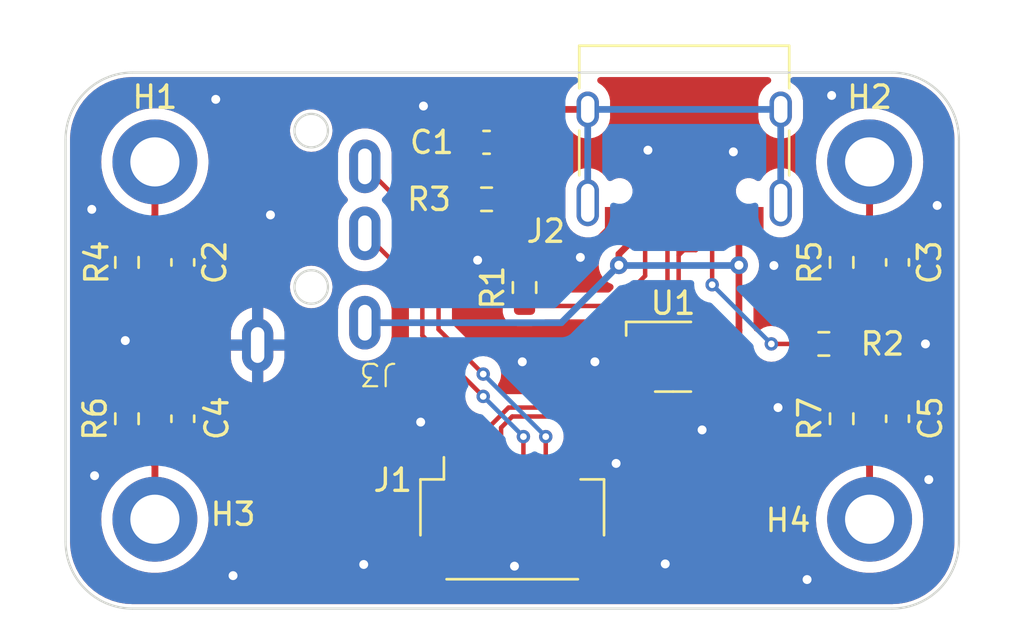
<source format=kicad_pcb>
(kicad_pcb (version 20240108) (generator "pcbnew") (generator_version "8.0")
  (layers (0 "F.Cu" signal) (31 "B.Cu" signal) (34 "B.Paste" user) (35 "F.Paste" user) (36 "B.SilkS" user "B.Silkscreen") (37 "F.SilkS" user "F.Silkscreen") (38 "B.Mask" user) (39 "F.Mask" user) (44 "Edge.Cuts" user))
  (net 0 "")
  (net 1 "+5V")
  (net 2 "/USB_D-")
  (net 3 "/USB_D+")
  (net 4 "/SPLIT_TX")
  (net 5 "/SPLIT_RX")
  (net 6 "GND")
  (net 7 "Net-(J2-CC1)")
  (net 9 "Net-(J2-CC2)")
  (net 13 "/SHIELD")
  (net 14 "Net-(C2-Pad1)")
  (net 15 "Net-(C3-Pad1)")
  (net 16 "Net-(C4-Pad1)")
  (net 17 "Net-(C5-Pad1)")
  (footprint "MountingHole:MountingHole_2.2mm_M2_DIN965_Pad_TopBottom" (layer "F.Cu") (at 104 80)
    (property "Reference" "H3" (at 3.5 -0.225 0) (layer "F.SilkS"))
    (property "Value" "MountingHole_Pad")
    (pad "1" thru_hole circle (at 0 0) (size 2.6 2.6) (drill 2.2) (layers "*.Cu" "*.Mask") (net 16 "Net-(C4-Pad1)"))
    (pad "1" connect circle (at 0 0) (size 3.8 3.8) (layers "F.Cu" "F.Mask") (net 16 "Net-(C4-Pad1)"))
    (pad "1" connect circle (at 0 0) (size 3.8 3.8) (layers "B.Cu" "B.Mask") (net 16 "Net-(C4-Pad1)"))
  )
  (footprint "Resistor_SMD:R_0603_1608Metric" (layer "F.Cu") (at 118.85 65.675 180)
    (property "Reference" "R3" (at 2.575 0 180) (layer "F.SilkS"))
    (property "Value" "330")
    (fp_line (start -0.237258 0.5225) (end 0.237258 0.5225) (stroke (width 0.12)) (layer "F.SilkS"))
    (fp_line (start -0.237258 -0.5225) (end 0.237258 -0.5225) (stroke (width 0.12)) (layer "F.SilkS"))
    (pad "1" smd roundrect (at -0.825 0 180) (size 0.8 0.95) (layers "F.Cu" "F.Paste" "F.Mask") (net 13 "/SHIELD"))
    (pad "2" smd roundrect (at 0.825 0 180) (size 0.8 0.95) (layers "F.Cu" "F.Paste" "F.Mask") (net 6 "GND"))
  )
  (footprint "Resistor_SMD:R_0603_1608Metric" (layer "F.Cu") (at 102.75 75.5 90)
    (property "Reference" "R6" (at 0 -1.43 90) (layer "F.SilkS"))
    (property "Value" "330")
    (fp_line (start -0.237258 -0.5225) (end 0.237258 -0.5225) (stroke (width 0.12)) (layer "F.SilkS"))
    (fp_line (start -0.237258 0.5225) (end 0.237258 0.5225) (stroke (width 0.12)) (layer "F.SilkS"))
    (pad "1" smd roundrect (at -0.825 0 90) (size 0.8 0.95) (layers "F.Cu" "F.Paste" "F.Mask") (net 16 "Net-(C4-Pad1)"))
    (pad "2" smd roundrect (at 0.825 0 90) (size 0.8 0.95) (layers "F.Cu" "F.Paste" "F.Mask") (net 6 "GND"))
  )
  (footprint "Connector_USB:USB_C_Receptacle_HRO_TYPE-C-31-M-12" (layer "F.Cu") (at 127.7 62.7 180)
    (property "Reference" "J2" (at 6.2 -4.4 180) (layer "F.SilkS"))
    (property "Value" "USB_C_Receptacle_USB2.0_16P")
    (fp_line (start 4.7 2) (end 4.7 3.9) (stroke (width 0.12)) (layer "F.SilkS"))
    (fp_line (start 4.7 -1.9) (end 4.7 0.1) (stroke (width 0.12)) (layer "F.SilkS"))
    (fp_line (start -4.7 3.9) (end 4.7 3.9) (stroke (width 0.12)) (layer "F.SilkS"))
    (fp_line (start -4.7 2) (end -4.7 3.9) (stroke (width 0.12)) (layer "F.SilkS"))
    (fp_line (start -4.7 -1.9) (end -4.7 0.1) (stroke (width 0.12)) (layer "F.SilkS"))
    (pad "" np_thru_hole circle (at -2.89 -2.6 180) (size 0.65 0.65) (drill 0.65) (layers "*.Cu" "*.Mask"))
    (pad "" np_thru_hole circle (at 2.89 -2.6 180) (size 0.65 0.65) (drill 0.65) (layers "*.Cu" "*.Mask"))
    (pad "A1" smd rect (at -3.25 -4.045 180) (size 0.6 1.45) (layers "F.Cu" "F.Paste" "F.Mask") (net 6 "GND"))
    (pad "A4" smd rect (at -2.45 -4.045 180) (size 0.6 1.45) (layers "F.Cu" "F.Paste" "F.Mask") (net 1 "+5V"))
    (pad "A5" smd rect (at -1.25 -4.045 180) (size 0.3 1.45) (layers "F.Cu" "F.Paste" "F.Mask") (net 7 "Net-(J2-CC1)"))
    (pad "A6" smd rect (at -0.25 -4.045 180) (size 0.3 1.45) (layers "F.Cu" "F.Paste" "F.Mask") (net 3 "/USB_D+"))
    (pad "A7" smd rect (at 0.25 -4.045 180) (size 0.3 1.45) (layers "F.Cu" "F.Paste" "F.Mask") (net 2 "/USB_D-"))
    (pad "A8" smd rect (at 1.25 -4.045 180) (size 0.3 1.45) (layers "F.Cu" "F.Paste" "F.Mask"))
    (pad "A9" smd rect (at 2.45 -4.045 180) (size 0.6 1.45) (layers "F.Cu" "F.Paste" "F.Mask") (net 1 "+5V"))
    (pad "A12" smd rect (at 3.25 -4.045 180) (size 0.6 1.45) (layers "F.Cu" "F.Paste" "F.Mask") (net 6 "GND"))
    (pad "B1" smd rect (at 3.25 -4.045 180) (size 0.6 1.45) (layers "F.Cu" "F.Paste" "F.Mask") (net 6 "GND"))
    (pad "B4" smd rect (at 2.45 -4.045 180) (size 0.6 1.45) (layers "F.Cu" "F.Paste" "F.Mask") (net 1 "+5V"))
    (pad "B5" smd rect (at 1.75 -4.045 180) (size 0.3 1.45) (layers "F.Cu" "F.Paste" "F.Mask") (net 9 "Net-(J2-CC2)"))
    (pad "B6" smd rect (at 0.75 -4.045 180) (size 0.3 1.45) (layers "F.Cu" "F.Paste" "F.Mask") (net 3 "/USB_D+"))
    (pad "B7" smd rect (at -0.75 -4.045 180) (size 0.3 1.45) (layers "F.Cu" "F.Paste" "F.Mask") (net 2 "/USB_D-"))
    (pad "B8" smd rect (at -1.75 -4.045 180) (size 0.3 1.45) (layers "F.Cu" "F.Paste" "F.Mask"))
    (pad "B9" smd rect (at -2.45 -4.045 180) (size 0.6 1.45) (layers "F.Cu" "F.Paste" "F.Mask") (net 1 "+5V"))
    (pad "B12" smd rect (at -3.25 -4.045 180) (size 0.6 1.45) (layers "F.Cu" "F.Paste" "F.Mask") (net 6 "GND"))
    (pad "S1" thru_hole oval (at -4.32 -3.13 180) (size 1 2.1) (drill oval 0.6 1.7) (layers "*.Cu" "*.Mask") (net 13 "/SHIELD"))
    (pad "S1" thru_hole oval (at -4.32 1.05 180) (size 1 1.6) (drill oval 0.6 1.2) (layers "*.Cu" "*.Mask") (net 13 "/SHIELD"))
    (pad "S1" thru_hole oval (at 4.32 -3.13 180) (size 1 2.1) (drill oval 0.6 1.7) (layers "*.Cu" "*.Mask") (net 13 "/SHIELD"))
    (pad "S1" thru_hole oval (at 4.32 1.05 180) (size 1 1.6) (drill oval 0.6 1.2) (layers "*.Cu" "*.Mask") (net 13 "/SHIELD"))
  )
  (footprint "MountingHole:MountingHole_2.2mm_M2_DIN965_Pad_TopBottom" (layer "F.Cu") (at 136 64)
    (property "Reference" "H2" (at 0 -2.9 0) (layer "F.SilkS"))
    (property "Value" "MountingHole_Pad")
    (pad "1" thru_hole circle (at 0 0) (size 2.6 2.6) (drill 2.2) (layers "*.Cu" "*.Mask") (net 15 "Net-(C3-Pad1)"))
    (pad "1" connect circle (at 0 0) (size 3.8 3.8) (layers "F.Cu" "F.Mask") (net 15 "Net-(C3-Pad1)"))
    (pad "1" connect circle (at 0 0) (size 3.8 3.8) (layers "B.Cu" "B.Mask") (net 15 "Net-(C3-Pad1)"))
  )
  (footprint "PCM_marbastlib-various:SOT-23-6-routable" (layer "F.Cu") (at 127.2 72.725)
    (property "Reference" "U1" (at 0 -2.4 0) (layer "F.SilkS"))
    (property "Value" "SRV05-4")
    (fp_line (start -2.1 -1.56) (end 0.8 -1.56) (stroke (width 0.12)) (layer "F.SilkS"))
    (fp_line (start -2.1 -0.95) (end -2.1 -1.56) (stroke (width 0.12)) (layer "F.SilkS"))
    (fp_line (start 0 1.56) (end -0.8 1.56) (stroke (width 0.12)) (layer "F.SilkS"))
    (fp_line (start 0 1.56) (end 0.8 1.56) (stroke (width 0.12)) (layer "F.SilkS"))
    (pad "1" smd roundrect (at -1.175 -0.95) (size 1.25 0.6) (layers "F.Cu" "F.Paste" "F.Mask") (net 3 "/USB_D+"))
    (pad "2" smd roundrect (at -1.175 0) (size 1.25 0.6) (layers "F.Cu" "F.Paste" "F.Mask") (net 6 "GND"))
    (pad "3" smd roundrect (at -1.175 0.95) (size 1.25 0.6) (layers "F.Cu" "F.Paste" "F.Mask"))
    (pad "4" smd roundrect (at 1.175 0.95) (size 1.25 0.6) (layers "F.Cu" "F.Paste" "F.Mask"))
    (pad "5" smd roundrect (at 1.175 0) (size 1.25 0.6) (layers "F.Cu" "F.Paste" "F.Mask") (net 1 "+5V"))
    (pad "6" smd roundrect (at 1.175 -0.95) (size 1.25 0.6) (layers "F.Cu" "F.Paste" "F.Mask") (net 2 "/USB_D-"))
  )
  (footprint "Resistor_SMD:R_0603_1608Metric" (layer "F.Cu") (at 134.75 68.5 -90)
    (property "Reference" "R5" (at 0 1.425 -90) (layer "F.SilkS"))
    (property "Value" "330")
    (fp_line (start -0.237258 0.5225) (end 0.237258 0.5225) (stroke (width 0.12)) (layer "F.SilkS"))
    (fp_line (start -0.237258 -0.5225) (end 0.237258 -0.5225) (stroke (width 0.12)) (layer "F.SilkS"))
    (pad "1" smd roundrect (at -0.825 0 270) (size 0.8 0.95) (layers "F.Cu" "F.Paste" "F.Mask") (net 15 "Net-(C3-Pad1)"))
    (pad "2" smd roundrect (at 0.825 0 270) (size 0.8 0.95) (layers "F.Cu" "F.Paste" "F.Mask") (net 6 "GND"))
  )
  (footprint "Resistor_SMD:R_0603_1608Metric" (layer "F.Cu") (at 134.75 75.5 90)
    (property "Reference" "R7" (at 0 -1.43 90) (layer "F.SilkS"))
    (property "Value" "330")
    (fp_line (start -0.237258 -0.5225) (end 0.237258 -0.5225) (stroke (width 0.12)) (layer "F.SilkS"))
    (fp_line (start -0.237258 0.5225) (end 0.237258 0.5225) (stroke (width 0.12)) (layer "F.SilkS"))
    (pad "1" smd roundrect (at -0.825 0 90) (size 0.8 0.95) (layers "F.Cu" "F.Paste" "F.Mask") (net 17 "Net-(C5-Pad1)"))
    (pad "2" smd roundrect (at 0.825 0 90) (size 0.8 0.95) (layers "F.Cu" "F.Paste" "F.Mask") (net 6 "GND"))
  )
  (footprint "Resistor_SMD:R_0603_1608Metric" (layer "F.Cu") (at 120.55 69.625 90)
    (property "Reference" "R1" (at 0 -1.43 90) (layer "F.SilkS"))
    (property "Value" "5.1k")
    (fp_line (start -0.237258 -0.5225) (end 0.237258 -0.5225) (stroke (width 0.12)) (layer "F.SilkS"))
    (fp_line (start -0.237258 0.5225) (end 0.237258 0.5225) (stroke (width 0.12)) (layer "F.SilkS"))
    (pad "1" smd roundrect (at -0.825 0 90) (size 0.8 0.95) (layers "F.Cu" "F.Paste" "F.Mask") (net 9 "Net-(J2-CC2)"))
    (pad "2" smd roundrect (at 0.825 0 90) (size 0.8 0.95) (layers "F.Cu" "F.Paste" "F.Mask") (net 6 "GND"))
  )
  (footprint "Resistor_SMD:R_0603_1608Metric" (layer "F.Cu") (at 133.95 72.15)
    (property "Reference" "R2" (at 2.625 0 0) (layer "F.SilkS"))
    (property "Value" "5.1k")
    (fp_line (start -0.237258 -0.5225) (end 0.237258 -0.5225) (stroke (width 0.12)) (layer "F.SilkS"))
    (fp_line (start -0.237258 0.5225) (end 0.237258 0.5225) (stroke (width 0.12)) (layer "F.SilkS"))
    (pad "1" smd roundrect (at -0.825 0) (size 0.8 0.95) (layers "F.Cu" "F.Paste" "F.Mask") (net 7 "Net-(J2-CC1)"))
    (pad "2" smd roundrect (at 0.825 0) (size 0.8 0.95) (layers "F.Cu" "F.Paste" "F.Mask") (net 6 "GND"))
  )
  (footprint "Capacitor_SMD:C_0603_1608Metric" (layer "F.Cu") (at 137.25 75.5 90)
    (property "Reference" "C5" (at 0.025 1.475 90) (layer "F.SilkS"))
    (property "Value" "100n")
    (fp_line (start -0.14058 -0.51) (end 0.14058 -0.51) (stroke (width 0.12)) (layer "F.SilkS"))
    (fp_line (start -0.14058 0.51) (end 0.14058 0.51) (stroke (width 0.12)) (layer "F.SilkS"))
    (pad "1" smd roundrect (at -0.775 0 90) (size 0.9 0.95) (layers "F.Cu" "F.Paste" "F.Mask") (net 17 "Net-(C5-Pad1)"))
    (pad "2" smd roundrect (at 0.775 0 90) (size 0.9 0.95) (layers "F.Cu" "F.Paste" "F.Mask") (net 6 "GND"))
  )
  (footprint "Capacitor_SMD:C_0603_1608Metric" (layer "F.Cu") (at 105.25 75.5 90)
    (property "Reference" "C4" (at 0.025 1.525 90) (layer "F.SilkS"))
    (property "Value" "100n")
    (fp_line (start -0.14058 -0.51) (end 0.14058 -0.51) (stroke (width 0.12)) (layer "F.SilkS"))
    (fp_line (start -0.14058 0.51) (end 0.14058 0.51) (stroke (width 0.12)) (layer "F.SilkS"))
    (pad "1" smd roundrect (at -0.775 0 90) (size 0.9 0.95) (layers "F.Cu" "F.Paste" "F.Mask") (net 16 "Net-(C4-Pad1)"))
    (pad "2" smd roundrect (at 0.775 0 90) (size 0.9 0.95) (layers "F.Cu" "F.Paste" "F.Mask") (net 6 "GND"))
  )
  (footprint "lib-zegonix:TRRS_Receptable" (layer "F.Cu") (at 111 67 180)
    (property "Reference" "J3" (at -3 -6.5 180) (layer "F.SilkS") (effects (font (thickness 0.1))))
    (property "Value" "PJ-320A")
    (fp_circle (center 0 4.4) (end 0.75 4.4) (stroke (width 0.1)) (fill none) (layer "Edge.Cuts"))
    (fp_circle (center 0 -2.6) (end 0.75 -2.6) (stroke (width 0.1)) (fill none) (layer "Edge.Cuts"))
    (pad "R1" thru_hole oval (at -2.4 -0.2 180) (size 1.4 2.4) (drill oval 0.6 1.6) (layers "*.Cu" "*.Mask") (net 4 "/SPLIT_TX"))
    (pad "R2" thru_hole oval (at -2.4 2.8 180) (size 1.4 2.4) (drill oval 0.6 1.6) (layers "*.Cu" "*.Mask") (net 5 "/SPLIT_RX"))
    (pad "S" thru_hole oval (at 2.4 -5.2 180) (size 1.4 2.4) (drill oval 0.6 1.6) (layers "*.Cu" "*.Mask") (net 6 "GND"))
    (pad "T" thru_hole oval (at -2.4 -4.2 180) (size 1.4 2.4) (drill oval 0.6 1.6) (layers "*.Cu" "*.Mask") (net 1 "+5V"))
  )
  (footprint "Resistor_SMD:R_0603_1608Metric" (layer "F.Cu") (at 102.75 68.5 -90)
    (property "Reference" "R4" (at 0 1.35 -90) (layer "F.SilkS"))
    (property "Value" "330")
    (fp_line (start -0.237258 0.5225) (end 0.237258 0.5225) (stroke (width 0.12)) (layer "F.SilkS"))
    (fp_line (start -0.237258 -0.5225) (end 0.237258 -0.5225) (stroke (width 0.12)) (layer "F.SilkS"))
    (pad "1" smd roundrect (at -0.825 0 270) (size 0.8 0.95) (layers "F.Cu" "F.Paste" "F.Mask") (net 14 "Net-(C2-Pad1)"))
    (pad "2" smd roundrect (at 0.825 0 270) (size 0.8 0.95) (layers "F.Cu" "F.Paste" "F.Mask") (net 6 "GND"))
  )
  (footprint "MountingHole:MountingHole_2.2mm_M2_DIN965_Pad_TopBottom" (layer "F.Cu") (at 104 64)
    (property "Reference" "H1" (at 0 -2.9 0) (layer "F.SilkS"))
    (property "Value" "MountingHole_Pad")
    (pad "1" thru_hole circle (at 0 0) (size 2.6 2.6) (drill 2.2) (layers "*.Cu" "*.Mask") (net 14 "Net-(C2-Pad1)"))
    (pad "1" connect circle (at 0 0) (size 3.8 3.8) (layers "F.Cu" "F.Mask") (net 14 "Net-(C2-Pad1)"))
    (pad "1" connect circle (at 0 0) (size 3.8 3.8) (layers "B.Cu" "B.Mask") (net 14 "Net-(C2-Pad1)"))
  )
  (footprint "Capacitor_SMD:C_0603_1608Metric" (layer "F.Cu") (at 105.25 68.5 -90)
    (property "Reference" "C2" (at 0 -1.43 -90) (layer "F.SilkS"))
    (property "Value" "100n")
    (fp_line (start -0.14058 0.51) (end 0.14058 0.51) (stroke (width 0.12)) (layer "F.SilkS"))
    (fp_line (start -0.14058 -0.51) (end 0.14058 -0.51) (stroke (width 0.12)) (layer "F.SilkS"))
    (pad "1" smd roundrect (at -0.775 0 270) (size 0.9 0.95) (layers "F.Cu" "F.Paste" "F.Mask") (net 14 "Net-(C2-Pad1)"))
    (pad "2" smd roundrect (at 0.775 0 270) (size 0.9 0.95) (layers "F.Cu" "F.Paste" "F.Mask") (net 6 "GND"))
  )
  (footprint "MountingHole:MountingHole_2.2mm_M2_DIN965_Pad_TopBottom" (layer "F.Cu") (at 136 80)
    (property "Reference" "H4" (at -3.65 0.05 0) (layer "F.SilkS"))
    (property "Value" "MountingHole_Pad")
    (pad "1" thru_hole circle (at 0 0) (size 2.6 2.6) (drill 2.2) (layers "*.Cu" "*.Mask") (net 17 "Net-(C5-Pad1)"))
    (pad "1" connect circle (at 0 0) (size 3.8 3.8) (layers "F.Cu" "F.Mask") (net 17 "Net-(C5-Pad1)"))
    (pad "1" connect circle (at 0 0) (size 3.8 3.8) (layers "B.Cu" "B.Mask") (net 17 "Net-(C5-Pad1)"))
  )
  (footprint "Capacitor_SMD:C_0603_1608Metric" (layer "F.Cu") (at 118.85 63.125 180)
    (property "Reference" "C1" (at 2.45 0 180) (layer "F.SilkS"))
    (property "Value" "100n")
    (fp_line (start -0.14058 0.51) (end 0.14058 0.51) (stroke (width 0.12)) (layer "F.SilkS"))
    (fp_line (start -0.14058 -0.51) (end 0.14058 -0.51) (stroke (width 0.12)) (layer "F.SilkS"))
    (pad "1" smd roundrect (at -0.775 0 180) (size 0.9 0.95) (layers "F.Cu" "F.Paste" "F.Mask") (net 13 "/SHIELD"))
    (pad "2" smd roundrect (at 0.775 0 180) (size 0.9 0.95) (layers "F.Cu" "F.Paste" "F.Mask") (net 6 "GND"))
  )
  (footprint "Connector_JST:JST_SH_SM06B-SRSS-TB_1x06-1MP_P1.00mm_Horizontal" (layer "F.Cu") (at 120 80)
    (property "Reference" "J1" (at -5.35 -1.75 0) (layer "F.SilkS"))
    (property "Value" "Conn_01x06_MountingPin")
    (fp_line (start -4.11 -1.785) (end -3.06 -1.785) (stroke (width 0.12)) (layer "F.SilkS"))
    (fp_line (start -4.11 0.715) (end -4.11 -1.785) (stroke (width 0.12)) (layer "F.SilkS"))
    (fp_line (start -3.06 -1.785) (end -3.06 -2.775) (stroke (width 0.12)) (layer "F.SilkS"))
    (fp_line (start -2.94 2.685) (end 2.94 2.685) (stroke (width 0.12)) (layer "F.SilkS"))
    (fp_line (start 4.11 -1.785) (end 3.06 -1.785) (stroke (width 0.12)) (layer "F.SilkS"))
    (fp_line (start 4.11 0.715) (end 4.11 -1.785) (stroke (width 0.12)) (layer "F.SilkS"))
    (pad "1" smd roundrect (at -2.5 -2) (size 0.6 1.55) (layers "F.Cu" "F.Paste" "F.Mask") (net 1 "+5V"))
    (pad "2" smd roundrect (at -1.5 -2) (size 0.6 1.55) (layers "F.Cu" "F.Paste" "F.Mask") (net 3 "/USB_D+"))
    (pad "3" smd roundrect (at -0.5 -2) (size 0.6 1.55) (layers "F.Cu" "F.Paste" "F.Mask") (net 2 "/USB_D-"))
    (pad "4" smd roundrect (at 0.5 -2) (size 0.6 1.55) (layers "F.Cu" "F.Paste" "F.Mask") (net 4 "/SPLIT_TX"))
    (pad "5" smd roundrect (at 1.5 -2) (size 0.6 1.55) (layers "F.Cu" "F.Paste" "F.Mask") (net 5 "/SPLIT_RX"))
    (pad "6" smd roundrect (at 2.5 -2) (size 0.6 1.55) (layers "F.Cu" "F.Paste" "F.Mask") (net 6 "GND"))
    (pad "MP" smd roundrect (at -3.8 1.875) (size 1.2 1.8) (layers "F.Cu" "F.Paste" "F.Mask") (roundrect_rratio 0.208333) (net 6 "GND"))
    (pad "MP" smd roundrect (at 3.8 1.875) (size 1.2 1.8) (layers "F.Cu" "F.Paste" "F.Mask") (roundrect_rratio 0.208333) (net 6 "GND"))
  )
  (footprint "Capacitor_SMD:C_0603_1608Metric" (layer "F.Cu") (at 137.25 68.5 -90)
    (property "Reference" "C3" (at 0 -1.43 -90) (layer "F.SilkS"))
    (property "Value" "100n")
    (fp_line (start -0.14058 0.51) (end 0.14058 0.51) (stroke (width 0.12)) (layer "F.SilkS"))
    (fp_line (start -0.14058 -0.51) (end 0.14058 -0.51) (stroke (width 0.12)) (layer "F.SilkS"))
    (pad "1" smd roundrect (at -0.775 0 270) (size 0.9 0.95) (layers "F.Cu" "F.Paste" "F.Mask") (net 15 "Net-(C3-Pad1)"))
    (pad "2" smd roundrect (at 0.775 0 270) (size 0.9 0.95) (layers "F.Cu" "F.Paste" "F.Mask") (net 6 "GND"))
  )
  (gr_line (start 137 84) (end 103 84) (stroke (width 0.1)) (layer "Edge.Cuts"))
  (gr_line (start 103 60) (end 137 60) (stroke (width 0.1)) (layer "Edge.Cuts"))
  (gr_arc (start 140 81) (mid 139.12132 83.12132) (end 137 84) (stroke (width 0.1)) (layer "Edge.Cuts"))
  (gr_arc (start 100 63) (mid 100.87868 60.87868) (end 103 60) (stroke (width 0.1)) (layer "Edge.Cuts"))
  (gr_line (start 140 63) (end 140 81) (stroke (width 0.1)) (layer "Edge.Cuts"))
  (gr_arc (start 103 84) (mid 100.87868 83.12132) (end 100 81) (stroke (width 0.1)) (layer "Edge.Cuts"))
  (gr_line (start 100 81) (end 100 63) (stroke (width 0.1)) (layer "Edge.Cuts"))
  (gr_arc (start 137 60) (mid 139.12132 60.87868) (end 140 63) (stroke (width 0.1)) (layer "Edge.Cuts"))
  (segment (start 130.15 76.8) (end 126.925 80.025) (width 0.3) (layer "F.Cu") (net 1))
  (segment (start 125.25 67.65) (end 125.25 66.745) (width 0.3) (layer "F.Cu") (net 1))
  (segment (start 126.925 80.025) (end 118.475 80.025) (width 0.3) (layer "F.Cu") (net 1))
  (segment (start 130.15 68.625) (end 130.15 66.745) (width 0.3) (layer "F.Cu") (net 1))
  (segment (start 124.775 68.125) (end 125.25 67.65) (width 0.3) (layer "F.Cu") (net 1))
  (segment (start 128.375 72.725) (end 128.955 72.725) (width 0.3) (layer "F.Cu") (net 1))
  (segment (start 124.775 68.625) (end 124.775 68.125) (width 0.3) (layer "F.Cu") (net 1))
  (segment (start 130.15 68.625) (end 130.15 71.53) (width 0.3) (layer "F.Cu") (net 1))
  (segment (start 130.15 71.53) (end 130.15 76.8) (width 0.3) (layer "F.Cu") (net 1))
  (segment (start 117.5 79.05) (end 117.5 78) (width 0.3) (layer "F.Cu") (net 1))
  (segment (start 118.475 80.025) (end 117.5 79.05) (width 0.3) (layer "F.Cu") (net 1))
  (segment (start 128.955 72.725) (end 130.15 71.53) (width 0.3) (layer "F.Cu") (net 1))
  (via (at 130.15 68.625) (size 0.8) (drill 0.4) (layers "F.Cu" "B.Cu") (net 1))
  (via (at 124.775 68.625) (size 0.8) (drill 0.4) (layers "F.Cu" "B.Cu") (net 1))
  (segment (start 124.775 68.625) (end 122.2 71.2) (width 0.3) (layer "B.Cu") (net 1))
  (segment (start 130.135 68.64) (end 130.15 68.625) (width 0.3) (layer "B.Cu") (net 1))
  (segment (start 124.79 68.64) (end 130.135 68.64) (width 0.3) (layer "B.Cu") (net 1))
  (segment (start 124.775 68.625) (end 124.79 68.64) (width 0.3) (layer "B.Cu") (net 1))
  (segment (start 122.2 71.2) (end 113.4 71.2) (width 0.3) (layer "B.Cu") (net 1))
  (segment (start 127.45 67.72) (end 127.45 66.745) (width 0.2) (layer "F.Cu") (net 2))
  (segment (start 120 75.4) (end 119.5 75.9) (width 0.2) (layer "F.Cu") (net 2))
  (segment (start 127.455 68.175) (end 127.45 68.175) (width 0.2) (layer "F.Cu") (net 2))
  (segment (start 128.075 71.775) (end 128.375 71.775) (width 0.2) (layer "F.Cu") (net 2))
  (segment (start 127.45 68.175) (end 127.45 71.15) (width 0.2) (layer "F.Cu") (net 2))
  (segment (start 128.45 67.72) (end 128.22 67.95) (width 0.2) (layer "F.Cu") (net 2))
  (segment (start 127.68 67.95) (end 127.45 67.72) (width 0.2) (layer "F.Cu") (net 2))
  (segment (start 127.45 71.15) (end 128.075 71.775) (width 0.2) (layer "F.Cu") (net 2))
  (segment (start 127.68 67.95) (end 127.455 68.175) (width 0.2) (layer "F.Cu") (net 2))
  (segment (start 128.375 71.775) (end 128.059448 71.775) (width 0.2) (layer "F.Cu") (net 2))
  (segment (start 119.5 75.9) (end 119.5 78) (width 0.2) (layer "F.Cu") (net 2))
  (segment (start 127.4 72.434448) (end 127.4 74.615686) (width 0.2) (layer "F.Cu") (net 2))
  (segment (start 128.059448 71.775) (end 127.4 72.434448) (width 0.2) (layer "F.Cu") (net 2))
  (segment (start 127.45 68) (end 127.45 66.745) (width 0.2) (layer "F.Cu") (net 2))
  (segment (start 127.4 74.615686) (end 126.615686 75.4) (width 0.2) (layer "F.Cu") (net 2))
  (segment (start 127.45 68) (end 127.45 68.175) (width 0.2) (layer "F.Cu") (net 2))
  (segment (start 128.45 66.745) (end 128.45 67.72) (width 0.2) (layer "F.Cu") (net 2))
  (segment (start 126.615686 75.4) (end 120 75.4) (width 0.2) (layer "F.Cu") (net 2))
  (segment (start 128.22 67.95) (end 127.68 67.95) (width 0.2) (layer "F.Cu") (net 2))
  (segment (start 126.95 65.77) (end 127.245 65.475) (width 0.2) (layer "F.Cu") (net 3))
  (segment (start 126.340552 71.775) (end 127 72.434448) (width 0.2) (layer "F.Cu") (net 3))
  (segment (start 119.834314 75) (end 118.5 76.334314) (width 0.2) (layer "F.Cu") (net 3))
  (segment (start 126.325 71.775) (end 126.025 71.775) (width 0.2) (layer "F.Cu") (net 3))
  (segment (start 127.625 65.475) (end 127.95 65.8) (width 0.2) (layer "F.Cu") (net 3))
  (segment (start 126.95 71.15) (end 126.325 71.775) (width 0.2) (layer "F.Cu") (net 3))
  (segment (start 126.025 71.775) (end 126.340552 71.775) (width 0.2) (layer "F.Cu") (net 3))
  (segment (start 126.95 66.745) (end 126.95 71.15) (width 0.2) (layer "F.Cu") (net 3))
  (segment (start 127.245 65.475) (end 127.625 65.475) (width 0.2) (layer "F.Cu") (net 3))
  (segment (start 126.95 66.745) (end 126.95 65.77) (width 0.2) (layer "F.Cu") (net 3))
  (segment (start 118.5 76.334314) (end 118.5 78) (width 0.2) (layer "F.Cu") (net 3))
  (segment (start 126.45 75) (end 119.834314 75) (width 0.2) (layer "F.Cu") (net 3))
  (segment (start 127 72.434448) (end 127 74.45) (width 0.2) (layer "F.Cu") (net 3))
  (segment (start 127.95 65.8) (end 127.95 66.745) (width 0.2) (layer "F.Cu") (net 3))
  (segment (start 127 74.45) (end 126.45 75) (width 0.2) (layer "F.Cu") (net 3))
  (segment (start 115.975 71.775) (end 115.975 69.775) (width 0.2) (layer "F.Cu") (net 4))
  (segment (start 120.5 78.325) (end 120.5 76.3) (width 0.2) (layer "F.Cu") (net 4))
  (segment (start 115.975 69.775) (end 113.4 67.2) (width 0.2) (layer "F.Cu") (net 4))
  (segment (start 118.7 74.5) (end 115.975 71.775) (width 0.2) (layer "F.Cu") (net 4))
  (via (at 118.7 74.5) (size 0.6) (drill 0.3) (layers "F.Cu" "B.Cu") (net 4))
  (via (at 120.5 76.3) (size 0.6) (drill 0.3) (layers "F.Cu" "B.Cu") (net 4))
  (segment (start 118.7 74.5) (end 120.5 76.3) (width 0.2) (layer "B.Cu") (net 4))
  (segment (start 116.7 67.5) (end 113.4 64.2) (width 0.2) (layer "F.Cu") (net 5))
  (segment (start 121.5 78.325) (end 121.5 76.3) (width 0.2) (layer "F.Cu") (net 5))
  (segment (start 116.7 71.5) (end 116.7 67.5) (width 0.2) (layer "F.Cu") (net 5))
  (segment (start 118.7 73.5) (end 116.7 71.5) (width 0.2) (layer "F.Cu") (net 5))
  (via (at 118.7 73.5) (size 0.6) (drill 0.3) (layers "F.Cu" "B.Cu") (net 5))
  (via (at 121.5 76.3) (size 0.6) (drill 0.3) (layers "F.Cu" "B.Cu") (net 5))
  (segment (start 118.7 73.5) (end 121.5 76.3) (width 0.2) (layer "B.Cu") (net 5))
  (segment (start 123.05 68.275) (end 124.45 66.875) (width 0.3) (layer "F.Cu") (net 6))
  (segment (start 131.715 68.64) (end 130.95 67.875) (width 0.3) (layer "F.Cu") (net 6))
  (segment (start 124.45 66.875) (end 124.45 66.745) (width 0.3) (layer "F.Cu") (net 6))
  (segment (start 130.95 67.875) (end 130.95 66.745) (width 0.3) (layer "F.Cu") (net 6))
  (via (at 116.025 61.5) (size 0.8) (drill 0.4) (layers "F.Cu" "B.Cu") (net 6))
  (via (at 102.675 72) (size 0.8) (drill 0.4) (layers "F.Cu" "B.Cu") (net 6))
  (via (at 134.3 61.025) (size 0.8) (drill 0.4) (layers "F.Cu" "B.Cu") (net 6))
  (via (at 120.1 82.1) (size 0.8) (drill 0.4) (layers "F.Cu" "B.Cu") (net 6))
  (via (at 106.725 61.2) (size 0.8) (drill 0.4) (layers "F.Cu" "B.Cu") (net 6))
  (via (at 128.5 76) (size 0.8) (drill 0.4) (layers "F.Cu" "B.Cu") (net 6))
  (via (at 126.85 82) (size 0.8) (drill 0.4) (layers "F.Cu" "B.Cu") (net 6))
  (via (at 120.45 72.95) (size 0.8) (drill 0.4) (layers "F.Cu" "B.Cu") (net 6))
  (via (at 123.05 68.275) (size 0.8) (drill 0.4) (layers "F.Cu" "B.Cu") (net 6))
  (via (at 124.65 77.5) (size 0.8) (drill 0.4) (layers "F.Cu" "B.Cu") (net 6))
  (via (at 131.9 75) (size 0.8) (drill 0.4) (layers "F.Cu" "B.Cu") (net 6))
  (via (at 101.175 66.125) (size 0.8) (drill 0.4) (layers "F.Cu" "B.Cu") (net 6))
  (via (at 138.5 72.15) (size 0.8) (drill 0.4) (layers "F.Cu" "B.Cu") (net 6))
  (via (at 133.2 82.7) (size 0.8) (drill 0.4) (layers "F.Cu" "B.Cu") (net 6))
  (via (at 115.9 75.65) (size 0.8) (drill 0.4) (layers "F.Cu" "B.Cu") (net 6))
  (via (at 139.025 65.95) (size 0.8) (drill 0.4) (layers "F.Cu" "B.Cu") (net 6))
  (via (at 118.45 68.4) (size 0.8) (drill 0.4) (layers "F.Cu" "B.Cu") (net 6))
  (via (at 129.9 63.55) (size 0.8) (drill 0.4) (layers "F.Cu" "B.Cu") (net 6))
  (via (at 131.715 68.64) (size 0.8) (drill 0.4) (layers "F.Cu" "B.Cu") (net 6))
  (via (at 126.075 63.475) (size 0.8) (drill 0.4) (layers "F.Cu" "B.Cu") (net 6))
  (via (at 123.7 72.95) (size 0.8) (drill 0.4) (layers "F.Cu" "B.Cu") (net 6))
  (via (at 107.5 82.525) (size 0.8) (drill 0.4) (layers "F.Cu" "B.Cu") (net 6))
  (via (at 113.35 82.025) (size 0.8) (drill 0.4) (layers "F.Cu" "B.Cu") (net 6))
  (via (at 138.65 78.225) (size 0.8) (drill 0.4) (layers "F.Cu" "B.Cu") (net 6))
  (via (at 101.3 78.05) (size 0.8) (drill 0.4) (layers "F.Cu" "B.Cu") (net 6))
  (via (at 109.175 66.375) (size 0.8) (drill 0.4) (layers "F.Cu" "B.Cu") (net 6))
  (segment (start 131.6 72.15) (end 133.125 72.15) (width 0.2) (layer "F.Cu") (net 7))
  (segment (start 128.95 66.745) (end 128.95 69.5) (width 0.2) (layer "F.Cu") (net 7))
  (via (at 131.6 72.15) (size 0.6) (drill 0.3) (layers "F.Cu" "B.Cu") (net 7))
  (via (at 128.95 69.5) (size 0.6) (drill 0.3) (layers "F.Cu" "B.Cu") (net 7))
  (segment (start 131.6 72.15) (end 128.95 69.5) (width 0.2) (layer "B.Cu") (net 7))
  (segment (start 124.602475 70.45) (end 125.95 69.102475) (width 0.2) (layer "F.Cu") (net 9))
  (segment (start 120.55 70.45) (end 124.602475 70.45) (width 0.2) (layer "F.Cu") (net 9))
  (segment (start 125.95 69.102475) (end 125.95 66.745) (width 0.2) (layer "F.Cu") (net 9))
  (segment (start 119.625 63.125) (end 119.625 65.625) (width 0.3) (layer "F.Cu") (net 13))
  (segment (start 120.8 61.65) (end 119.625 62.825) (width 0.3) (layer "F.Cu") (net 13))
  (segment (start 119.625 65.625) (end 119.675 65.675) (width 0.3) (layer "F.Cu") (net 13))
  (segment (start 123.38 61.65) (end 120.8 61.65) (width 0.3) (layer "F.Cu") (net 13))
  (segment (start 119.625 62.825) (end 119.625 63.125) (width 0.3) (layer "F.Cu") (net 13))
  (segment (start 132.02 61.65) (end 123.38 61.65) (width 0.3) (layer "B.Cu") (net 13))
  (segment (start 132.02 65.83) (end 132.02 61.65) (width 0.3) (layer "B.Cu") (net 13))
  (segment (start 123.38 65.83) (end 123.38 61.65) (width 0.3) (layer "B.Cu") (net 13))
  (segment (start 105.25 67.725) (end 104 66.475) (width 0.3) (layer "F.Cu") (net 14))
  (segment (start 104 66.475) (end 104 64) (width 0.3) (layer "F.Cu") (net 14))
  (segment (start 104 66.425) (end 104 64) (width 0.3) (layer "F.Cu") (net 14))
  (segment (start 102.75 67.675) (end 104 66.425) (width 0.3) (layer "F.Cu") (net 14))
  (segment (start 136 64) (end 136 66.425) (width 0.3) (layer "F.Cu") (net 15))
  (segment (start 136 66.425) (end 134.75 67.675) (width 0.3) (layer "F.Cu") (net 15))
  (segment (start 136 64) (end 136 66.475) (width 0.3) (layer "F.Cu") (net 15))
  (segment (start 136 66.475) (end 137.25 67.725) (width 0.3) (layer "F.Cu") (net 15))
  (segment (start 104 77.575) (end 104 80) (width 0.3) (layer "F.Cu") (net 16))
  (segment (start 105.25 76.275) (end 104 77.525) (width 0.3) (layer "F.Cu") (net 16))
  (segment (start 102.75 76.325) (end 104 77.575) (width 0.3) (layer "F.Cu") (net 16))
  (segment (start 104 77.525) (end 104 80) (width 0.3) (layer "F.Cu") (net 16))
  (segment (start 136 80) (end 136 77.575) (width 0.3) (layer "F.Cu") (net 17))
  (segment (start 136 77.575) (end 134.75 76.325) (width 0.3) (layer "F.Cu") (net 17))
  (segment (start 136 80) (end 136 77.525) (width 0.3) (layer "F.Cu") (net 17))
  (segment (start 136 77.525) (end 137.25 76.275) (width 0.3) (layer "F.Cu") (net 17))
  (zone (net 6) (net_name "GND") (layers "F&B.Cu") (connect_pads (clearance 0.5)) (min_thickness 0.3) (fill yes (thermal_gap 0.5) (thermal_bridge_width 0.5))
    (polygon (pts (xy 99.7 59.6) (xy 99.75 84.6) (xy 140.275 84.6) (xy 140.225 59.6)))
  )
)
</source>
